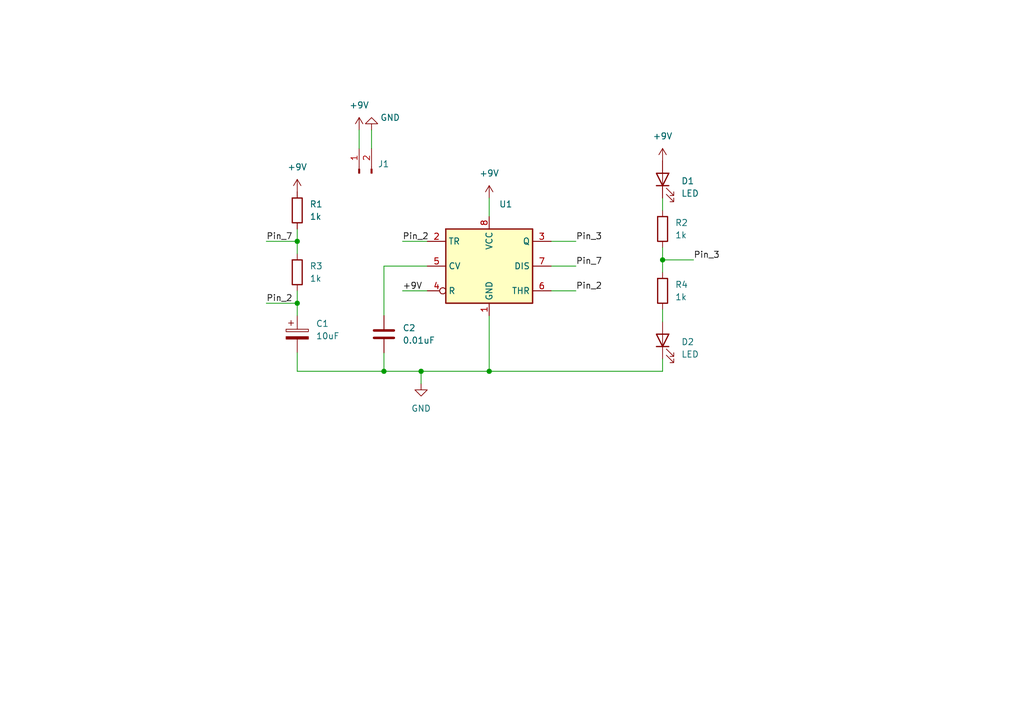
<source format=kicad_sch>
(kicad_sch (version 20211123) (generator eeschema)
  (paper "A5")
  (title_block (title "555 Timer Circuit"))
  (lib_symbols
    (symbol "Connector:Conn_01x02_Male" (pin_names (offset 1.016) hide)
      (property "Reference" "J" (at 0 2.54 0))
      (property "Value" "Conn_01x02_Male" (at 0 -5.08 0))
      (symbol "Conn_01x02_Male_1_1"
        (polyline (pts (xy 1.27 -2.54) (xy 0.8636 -2.54)) (stroke (width 0.1524)))
        (polyline (pts (xy 1.27 0) (xy 0.8636 0)) (stroke (width 0.1524)))
        (rectangle (start 0.8636 -2.413) (end 0 -2.667) (stroke (width 0.1524)) (fill (type outline)))
        (rectangle (start 0.8636 0.127) (end 0 -0.127) (stroke (width 0.1524)) (fill (type outline)))
        (pin passive line (at 5.08 0 180) (length 3.81) (name "Pin_1") (number "1"))
        (pin passive line (at 5.08 -2.54 180) (length 3.81) (name "Pin_2") (number "2"))
      )
    )
    (symbol "Device:C" (pin_numbers hide) (pin_names (offset 0.254))
      (property "Reference" "C" (at 0.635 2.54 0))
      (property "Value" "C" (at 0.635 -2.54 0))
      (symbol "C_0_1"
        (polyline (pts (xy -2.032 -0.762) (xy 2.032 -0.762)) (stroke (width 0.508)))
        (polyline (pts (xy -2.032 0.762) (xy 2.032 0.762)) (stroke (width 0.508)))
      )
      (symbol "C_1_1"
        (pin passive line (at 0 3.81 270) (length 2.794) (name "~") (number "1"))
        (pin passive line (at 0 -3.81 90) (length 2.794) (name "~") (number "2"))
      )
    )
    (symbol "Device:C_Polarized" (pin_numbers hide) (pin_names (offset 0.254))
      (property "Reference" "C" (at 0.635 2.54 0))
      (property "Value" "C_Polarized" (at 0.635 -2.54 0))
      (symbol "C_Polarized_0_1"
        (rectangle (start -2.286 0.508) (end 2.286 1.016))
        (polyline (pts (xy -1.778 2.286) (xy -0.762 2.286)))
        (polyline (pts (xy -1.27 2.794) (xy -1.27 1.778)))
        (rectangle (start 2.286 -0.508) (end -2.286 -1.016) (fill (type outline)))
      )
      (symbol "C_Polarized_1_1"
        (pin passive line (at 0 3.81 270) (length 2.794) (name "~") (number "1"))
        (pin passive line (at 0 -3.81 90) (length 2.794) (name "~") (number "2"))
      )
    )
    (symbol "Device:LED" (pin_numbers hide) (pin_names (offset 1.016) hide)
      (property "Reference" "D" (at 0 2.54 0))
      (property "Value" "LED" (at 0 -2.54 0))
      (symbol "LED_0_1"
        (polyline (pts (xy -1.27 -1.27) (xy -1.27 1.27)) (stroke (width 0.254)))
        (polyline (pts (xy -1.27 0) (xy 1.27 0)))
        (polyline (pts (xy 1.27 -1.27) (xy 1.27 1.27) (xy -1.27 0) (xy 1.27 -1.27)) (stroke (width 0.254)))
        (polyline (pts (xy -3.048 -0.762) (xy -4.572 -2.286) (xy -3.81 -2.286) (xy -4.572 -2.286) (xy -4.572 -1.524)))
        (polyline (pts (xy -1.778 -0.762) (xy -3.302 -2.286) (xy -2.54 -2.286) (xy -3.302 -2.286) (xy -3.302 -1.524)))
      )
      (symbol "LED_1_1"
        (pin passive line (at -3.81 0 0) (length 2.54) (name "K") (number "1"))
        (pin passive line (at 3.81 0 180) (length 2.54) (name "A") (number "2"))
      )
    )
    (symbol "Device:R" (pin_numbers hide) (pin_names (offset 0))
      (property "Reference" "R" (at 2.032 0 90))
      (property "Value" "R" (at 0 0 90))
      (symbol "R_0_1"
        (rectangle (start -1.016 -2.54) (end 1.016 2.54) (stroke (width 0.254)))
      )
      (symbol "R_1_1"
        (pin passive line (at 0 3.81 270) (length 1.27) (name "~") (number "1"))
        (pin passive line (at 0 -3.81 90) (length 1.27) (name "~") (number "2"))
      )
    )
    (symbol "Timer:NE555D"
      (property "Reference" "U" (at -10.16 8.89 0))
      (property "Value" "NE555D" (at 2.54 8.89 0))
      (symbol "NE555D_0_0"
        (pin power_in line (at 0 -10.16 90) (length 2.54) (name "GND") (number "1"))
        (pin power_in line (at 0 10.16 270) (length 2.54) (name "VCC") (number "8"))
      )
      (symbol "NE555D_0_1"
        (rectangle (start -8.89 -7.62) (end 8.89 7.62) (stroke (width 0.254)) (fill (type background)))
        (rectangle (start -8.89 -7.62) (end 8.89 7.62) (stroke (width 0.254)) (fill (type background)))
      )
      (symbol "NE555D_1_1"
        (pin input line (at -12.7 5.08 0) (length 3.81) (name "TR") (number "2"))
        (pin output line (at 12.7 5.08 180) (length 3.81) (name "Q") (number "3"))
        (pin input inverted (at -12.7 -5.08 0) (length 3.81) (name "R") (number "4"))
        (pin input line (at -12.7 0 0) (length 3.81) (name "CV") (number "5"))
        (pin input line (at 12.7 -5.08 180) (length 3.81) (name "THR") (number "6"))
        (pin input line (at 12.7 0 180) (length 3.81) (name "DIS") (number "7"))
      )
    )
    (symbol "power:+9V" (power) (pin_names (offset 0))
      (property "Value" "+9V" (at 0 3.556 0))
      (symbol "+9V_0_1"
        (polyline (pts (xy -0.762 1.27) (xy 0 2.54)))
        (polyline (pts (xy 0 0) (xy 0 2.54)))
        (polyline (pts (xy 0 2.54) (xy 0.762 1.27)))
      )
      (symbol "+9V_1_1"
        (pin power_in line (at 0 0 90) (length 0) hide (name "+9V") (number "1"))
      )
    )
    (symbol "power:GND" (power) (pin_names (offset 0))
      (property "Value" "GND" (at 0 -3.81 0))
      (symbol "GND_0_1"
        (polyline (pts (xy 0 0) (xy 0 -1.27) (xy 1.27 -1.27) (xy 0 -2.54) (xy -1.27 -1.27) (xy 0 -1.27)))
      )
      (symbol "GND_1_1"
        (pin power_in line (at 0 0 270) (length 0) hide (name "GND") (number "1"))
      )
    )
  )
  (junction (at 135.89 53.34))
  (junction (at 60.96 49.53))
  (junction (at 78.74 76.2))
  (junction (at 86.36 76.2))
  (junction (at 100.33 76.2))
  (junction (at 60.96 62.23))
  (wire (pts (xy 113.03 59.69) (xy 118.11 59.69)))
  (wire (pts (xy 100.33 76.2) (xy 135.89 76.2)))
  (wire (pts (xy 82.55 59.69) (xy 87.63 59.69)))
  (wire (pts (xy 54.61 49.53) (xy 60.96 49.53)))
  (wire (pts (xy 135.89 63.5) (xy 135.89 66.04)))
  (wire (pts (xy 78.74 72.39) (xy 78.74 76.2)))
  (wire (pts (xy 135.89 40.64) (xy 135.89 43.18)))
  (wire (pts (xy 76.2 26.67) (xy 76.2 30.48)))
  (wire (pts (xy 86.36 76.2) (xy 100.33 76.2)))
  (wire (pts (xy 100.33 40.64) (xy 100.33 44.45)))
  (wire (pts (xy 60.96 49.53) (xy 60.96 52.07)))
  (wire (pts (xy 60.96 72.39) (xy 60.96 76.2)))
  (wire (pts (xy 82.55 49.53) (xy 87.63 49.53)))
  (wire (pts (xy 60.96 59.69) (xy 60.96 62.23)))
  (wire (pts (xy 135.89 73.66) (xy 135.89 76.2)))
  (wire (pts (xy 135.89 53.34) (xy 135.89 55.88)))
  (wire (pts (xy 60.96 46.99) (xy 60.96 49.53)))
  (wire (pts (xy 78.74 54.61) (xy 87.63 54.61)))
  (wire (pts (xy 54.61 62.23) (xy 60.96 62.23)))
  (wire (pts (xy 60.96 76.2) (xy 78.74 76.2)))
  (wire (pts (xy 60.96 62.23) (xy 60.96 64.77)))
  (wire (pts (xy 113.03 54.61) (xy 118.11 54.61)))
  (wire (pts (xy 100.33 64.77) (xy 100.33 76.2)))
  (wire (pts (xy 73.66 26.67) (xy 73.66 30.48)))
  (wire (pts (xy 135.89 53.34) (xy 142.24 53.34)))
  (wire (pts (xy 113.03 49.53) (xy 118.11 49.53)))
  (wire (pts (xy 135.89 50.8) (xy 135.89 53.34)))
  (wire (pts (xy 78.74 64.77) (xy 78.74 54.61)))
  (wire (pts (xy 78.74 76.2) (xy 86.36 76.2)))
  (wire (pts (xy 86.36 76.2) (xy 86.36 78.74)))
  (label "Pin_3" (at 142.24 53.34 0))
  (label "Pin_2" (at 82.55 49.53 0))
  (label "Pin_7" (at 118.11 54.61 0))
  (label "Pin_7" (at 54.61 49.53 0))
  (label "Pin_2" (at 118.11 59.69 0))
  (label "Pin_2" (at 54.61 62.23 0))
  (label "Pin_3" (at 118.11 49.53 0))
  (label "+9V" (at 82.55 59.69 0))
  (symbol (lib_id "Device:LED") (at 135.89 36.83 90) (unit 1)
    (property "Reference" "D1" (at 139.7 37.1474 90) (effects (justify right)))
    (property "Value" "LED" (at 139.7 39.6874 90) (effects (justify right)))
    (property "Footprint" "LED_SMD:LED_1206_3216Metric_Pad1.42x1.75mm_HandSolder" (effects hide))
  )
  (symbol (lib_id "Timer:NE555D") (at 100.33 54.61 0) (unit 1)
    (property "Reference" "U1" (at 102.3494 41.91 0) (effects (justify left)))
    (property "Value" " " (at 102.3494 44.45 0) (effects (justify left)))
    (property "Footprint" "Package_SO:SOIC-8_3.9x4.9mm_P1.27mm" (effects hide))
    (property "Datasheet" "http://www.ti.com/lit/ds/symlink/ne555.pdf" (effects hide))
  )
  (symbol (lib_id "power:GND") (at 86.36 78.74 0) (unit 1)
    (property "Reference" "#PWR06" (effects hide))
    (property "Value" "GND" (at 86.36 83.82 0))
  )
  (symbol (lib_id "Device:R") (at 135.89 59.69 0) (unit 1)
    (property "Reference" "R4" (at 138.43 58.4199 0) (effects (justify left)))
    (property "Value" "1k" (at 138.43 60.9599 0) (effects (justify left)))
    (property "Footprint" "Resistor_SMD:R_0805_2012Metric_Pad1.20x1.40mm_HandSolder" (effects hide))
  )
  (symbol (lib_id "power:GND") (at 76.2 26.67 180) (unit 1)
    (property "Reference" "#PWR02" (effects hide))
    (property "Value" "GND" (at 80.01 24.13 0))
  )
  (symbol (lib_id "Device:R") (at 135.89 46.99 0) (unit 1)
    (property "Reference" "R2" (at 138.43 45.7199 0) (effects (justify left)))
    (property "Value" "1k" (at 138.43 48.2599 0) (effects (justify left)))
    (property "Footprint" "Resistor_SMD:R_0805_2012Metric_Pad1.20x1.40mm_HandSolder" (effects hide))
  )
  (symbol (lib_id "power:+9V") (at 73.66 26.67 0) (unit 1)
    (property "Reference" "#PWR01" (effects hide))
    (property "Value" "+9V" (at 73.66 21.59 0))
  )
  (symbol (lib_id "power:+9V") (at 135.89 33.02 0) (unit 1)
    (property "Reference" "#PWR03" (effects hide))
    (property "Value" "+9V" (at 135.89 27.94 0))
  )
  (symbol (lib_id "Device:C") (at 78.74 68.58 0) (unit 1)
    (property "Reference" "C2" (at 82.55 67.3099 0) (effects (justify left)))
    (property "Value" "0.01uF" (at 82.55 69.8499 0) (effects (justify left)))
    (property "Footprint" "Capacitor_SMD:C_0805_2012Metric_Pad1.18x1.45mm_HandSolder" (effects hide))
  )
  (symbol (lib_id "power:+9V") (at 60.96 39.37 0) (unit 1)
    (property "Reference" "#PWR04" (effects hide))
    (property "Value" "+9V" (at 60.96 34.29 0))
  )
  (symbol (lib_id "Device:C_Polarized") (at 60.96 68.58 0) (unit 1)
    (property "Reference" "C1" (at 64.77 66.4209 0) (effects (justify left)))
    (property "Value" "10uF" (at 64.77 68.9609 0) (effects (justify left)))
    (property "Footprint" "Capacitor_Tantalum_SMD:CP_EIA-3216-18_Kemet-A_Pad1.58x1.35mm_HandSolder" (effects hide))
  )
  (symbol (lib_id "Device:LED") (at 135.89 69.85 90) (unit 1)
    (property "Reference" "D2" (at 139.7 70.1674 90) (effects (justify right)))
    (property "Value" "LED" (at 139.7 72.7074 90) (effects (justify right)))
    (property "Footprint" "LED_SMD:LED_1206_3216Metric_Pad1.42x1.75mm_HandSolder" (effects hide))
  )
  (symbol (lib_id "power:+9V") (at 100.33 40.64 0) (unit 1)
    (property "Reference" "#PWR05" (effects hide))
    (property "Value" "+9V" (at 100.33 35.56 0))
  )
  (symbol (lib_id "Device:R") (at 60.96 43.18 0) (unit 1)
    (property "Reference" "R1" (at 63.5 41.9099 0) (effects (justify left)))
    (property "Value" "1k" (at 63.5 44.4499 0) (effects (justify left)))
    (property "Footprint" "Resistor_SMD:R_0805_2012Metric_Pad1.20x1.40mm_HandSolder" (effects hide))
  )
  (symbol (lib_id "Connector:Conn_01x02_Male") (at 73.66 35.56 90) (unit 1)
    (property "Reference" "J1" (at 77.47 33.6549 90) (effects (justify right)))
    (property "Value" " " (at 77.47 36.1949 90) (effects (justify right)))
    (property "Footprint" "TerminalBlock:TerminalBlock_bornier-2_P5.08mm" (effects hide))
  )
  (symbol (lib_id "Device:R") (at 60.96 55.88 0) (unit 1)
    (property "Reference" "R3" (at 63.5 54.6099 0) (effects (justify left)))
    (property "Value" "1k" (at 63.5 57.1499 0) (effects (justify left)))
    (property "Footprint" "Resistor_SMD:R_0805_2012Metric_Pad1.20x1.40mm_HandSolder" (effects hide))
  )
)
</source>
